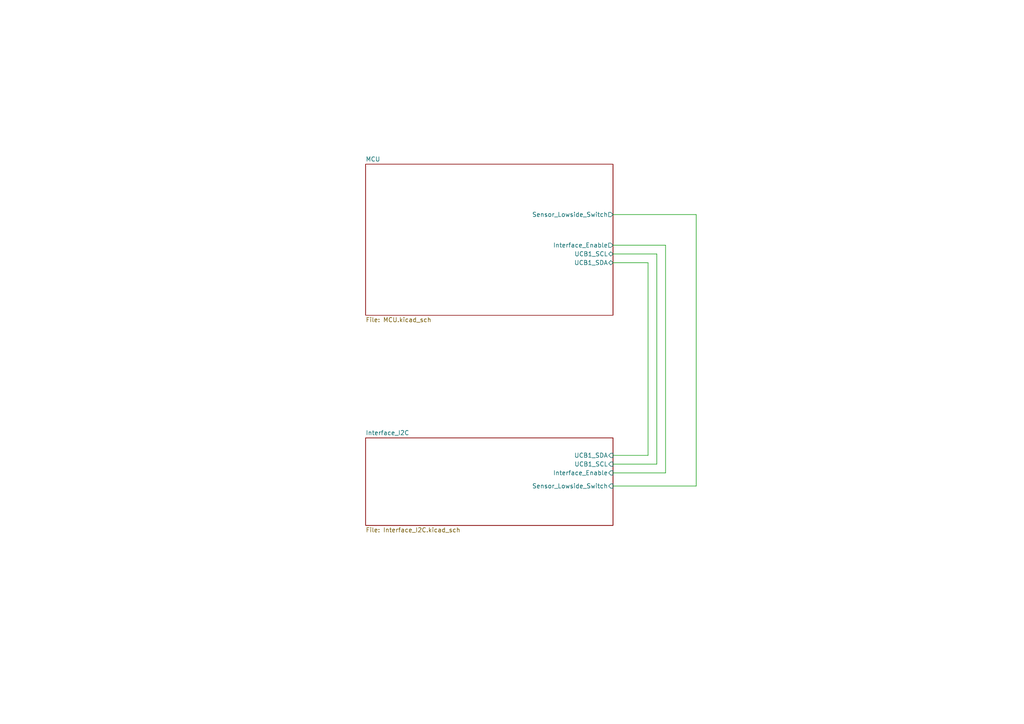
<source format=kicad_sch>
(kicad_sch (version 20211123) (generator eeschema)
  (paper "A4")
  (lib_symbols)
  (wire (pts (xy 193.04 137.16) (xy 193.04 71.12)))
  (wire (pts (xy 177.8 71.12) (xy 193.04 71.12)))
  (wire (pts (xy 177.8 140.97) (xy 201.93 140.97)))
  (wire (pts (xy 177.8 73.66) (xy 190.5 73.66)))
  (wire (pts (xy 177.8 137.16) (xy 193.04 137.16)))
  (wire (pts (xy 187.96 132.08) (xy 187.96 76.2)))
  (wire (pts (xy 177.8 62.23) (xy 201.93 62.23)))
  (wire (pts (xy 190.5 73.66) (xy 190.5 134.62)))
  (wire (pts (xy 187.96 76.2) (xy 177.8 76.2)))
  (wire (pts (xy 201.93 62.23) (xy 201.93 140.97)))
  (wire (pts (xy 177.8 132.08) (xy 187.96 132.08)))
  (wire (pts (xy 190.5 134.62) (xy 177.8 134.62)))
  (sheet (at 106.045 127) (size 71.755 25.4) (stroke (width 0.1524))
    (property "Sheet name" "Interface_I2C" (at 106.045 126.2884 0) (effects (justify left bottom)))
    (property "Sheet file" "Interface_I2C.kicad_sch" (at 106.045 152.9846 0) (effects (justify left top)))
    (pin "UCB1_SDA" input (at 177.8 132.08 0))
    (pin "UCB1_SCL" input (at 177.8 134.62 0))
    (pin "Interface_Enable" input (at 177.8 137.16 0))
    (pin "Sensor_Lowside_Switch" input (at 177.8 140.97 0))
  )
  (sheet (at 106.045 47.625) (size 71.755 43.815) (stroke (width 0.1524))
    (property "Sheet name" "MCU" (at 106.045 46.9134 0) (effects (justify left bottom)))
    (property "Sheet file" "MCU.kicad_sch" (at 106.045 92.0246 0) (effects (justify left top)))
    (pin "UCB1_SCL" bidirectional (at 177.8 73.66 0))
    (pin "UCB1_SDA" bidirectional (at 177.8 76.2 0))
    (pin "Interface_Enable" output (at 177.8 71.12 0))
    (pin "Sensor_Lowside_Switch" output (at 177.8 62.23 0))
  )
)
</source>
